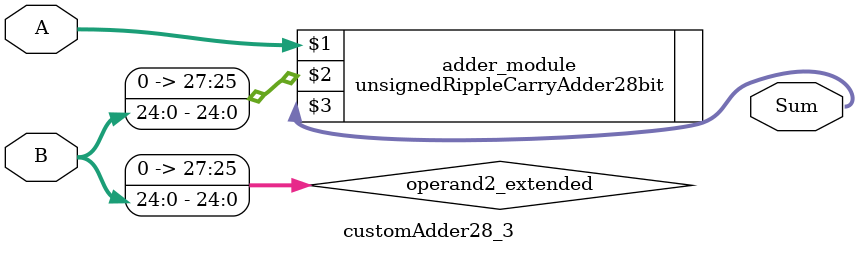
<source format=v>

module customAdder28_3(
                    input [27 : 0] A,
                    input [24 : 0] B,
                    
                    output [28 : 0] Sum
            );

    wire [27 : 0] operand2_extended;
    
    assign operand2_extended =  {3'b0, B};
    
    unsignedRippleCarryAdder28bit adder_module(
        A,
        operand2_extended,
        Sum
    );
    
endmodule
        
</source>
